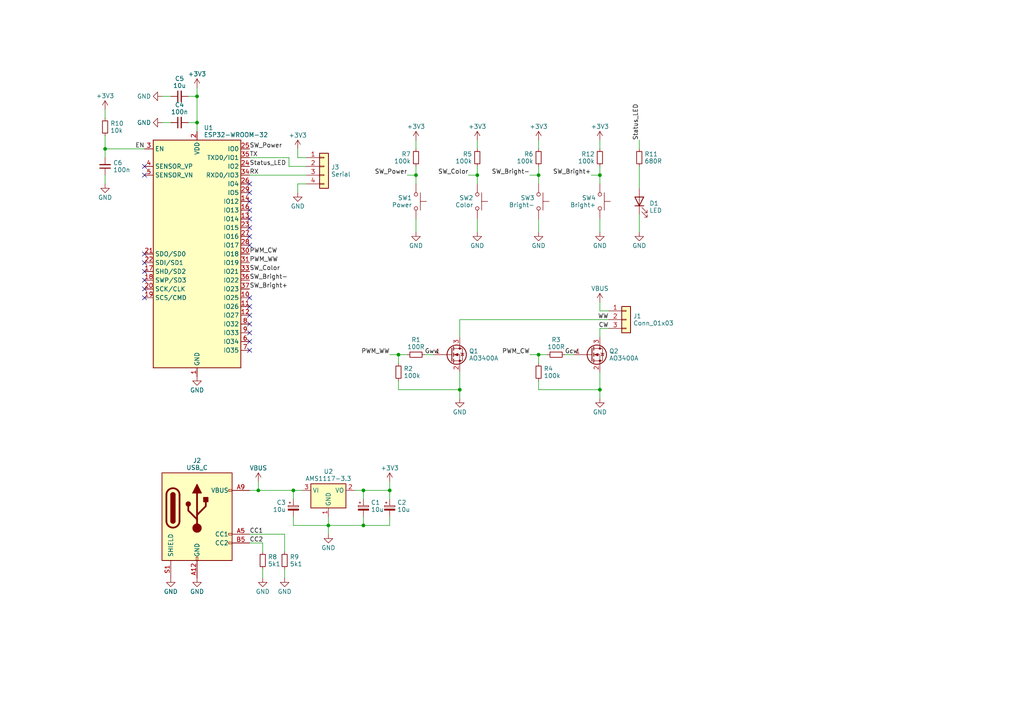
<source format=kicad_sch>
(kicad_sch (version 20230121) (generator eeschema)
  (paper "A4")
  (title_block (title "2-Color LED Bar Controller") (date "${DATE}") (rev "${VERSION}"))
  (lib_symbols
    (symbol "Connector:USB_C_Receptacle_PowerOnly_6P" (pin_names (offset 1.016))
      (property "Reference" "J" (at 0 16.51 0))
      (property "Value" "USB_C_Receptacle_PowerOnly_6P" (at 0 13.97 0))
      (symbol "USB_C_Receptacle_PowerOnly_6P_0_0"
        (rectangle (start -0.254 -12.7) (end 0.254 -11.684))
        (rectangle (start 10.16 -7.366) (end 9.144 -7.874))
        (rectangle (start 10.16 -4.826) (end 9.144 -5.334))
        (rectangle (start 10.16 7.874) (end 9.144 7.366))
      )
      (symbol "USB_C_Receptacle_PowerOnly_6P_0_1"
        (rectangle (start -10.16 12.7) (end 10.16 -12.7) (stroke (width 0.254)) (fill (type background)))
        (arc (start -8.89 -1.27) (mid -6.985 -3.1667) (end -5.08 -1.27) (stroke (width 0.508)))
        (arc (start -7.62 -1.27) (mid -6.985 -1.9023) (end -6.35 -1.27) (stroke (width 0.254)))
        (arc (start -7.62 -1.27) (mid -6.985 -1.9023) (end -6.35 -1.27) (stroke (width 0.254)) (fill (type outline)))
        (rectangle (start -7.62 -1.27) (end -6.35 6.35) (stroke (width 0.254)) (fill (type outline)))
        (arc (start -6.35 6.35) (mid -6.985 6.9823) (end -7.62 6.35) (stroke (width 0.254)))
        (arc (start -6.35 6.35) (mid -6.985 6.9823) (end -7.62 6.35) (stroke (width 0.254)) (fill (type outline)))
        (arc (start -5.08 6.35) (mid -6.985 8.2467) (end -8.89 6.35) (stroke (width 0.508)))
        (circle (center -2.54 3.683) (radius 0.635) (stroke (width 0.254)) (fill (type outline)))
        (circle (center 0 -3.302) (radius 1.27) (fill (type outline)))
        (polyline (pts (xy -8.89 -1.27) (xy -8.89 6.35)) (stroke (width 0.508)))
        (polyline (pts (xy -5.08 6.35) (xy -5.08 -1.27)) (stroke (width 0.508)))
        (polyline (pts (xy 0 -3.302) (xy 0 6.858)) (stroke (width 0.508)))
        (polyline (pts (xy 0 -0.762) (xy -2.54 1.778) (xy -2.54 3.048)) (stroke (width 0.508)))
        (polyline (pts (xy 0 0.508) (xy 2.54 3.048) (xy 2.54 4.318)) (stroke (width 0.508)))
        (polyline (pts (xy -1.27 6.858) (xy 0 9.398) (xy 1.27 6.858) (xy -1.27 6.858)) (stroke (width 0.254)) (fill (type outline)))
        (rectangle (start 1.905 4.318) (end 3.175 5.588) (stroke (width 0.254)) (fill (type outline)))
      )
      (symbol "USB_C_Receptacle_PowerOnly_6P_1_1"
        (pin passive line (at 0 -17.78 90) (length 5.08) (name "GND") (number "A12"))
        (pin bidirectional line (at 15.24 -5.08 180) (length 5.08) (name "CC1") (number "A5"))
        (pin passive line (at 15.24 7.62 180) (length 5.08) (name "VBUS") (number "A9"))
        (pin passive line (at 0 -17.78 90) (length 5.08) hide (name "GND") (number "B12"))
        (pin bidirectional line (at 15.24 -7.62 180) (length 5.08) (name "CC2") (number "B5"))
        (pin passive line (at 15.24 7.62 180) (length 5.08) hide (name "VBUS") (number "B9"))
        (pin passive line (at -7.62 -17.78 90) (length 5.08) (name "SHIELD") (number "S1"))
      )
    )
    (symbol "Connector_Generic:Conn_01x03" (pin_names (offset 1.016) hide)
      (property "Reference" "J" (at 0 5.08 0))
      (property "Value" "Conn_01x03" (at 0 -5.08 0))
      (symbol "Conn_01x03_1_1"
        (rectangle (start -1.27 -2.413) (end 0 -2.667) (stroke (width 0.1524)))
        (rectangle (start -1.27 0.127) (end 0 -0.127) (stroke (width 0.1524)))
        (rectangle (start -1.27 2.667) (end 0 2.413) (stroke (width 0.1524)))
        (rectangle (start -1.27 3.81) (end 1.27 -3.81) (stroke (width 0.254)) (fill (type background)))
        (pin passive line (at -5.08 2.54 0) (length 3.81) (name "Pin_1") (number "1"))
        (pin passive line (at -5.08 0 0) (length 3.81) (name "Pin_2") (number "2"))
        (pin passive line (at -5.08 -2.54 0) (length 3.81) (name "Pin_3") (number "3"))
      )
    )
    (symbol "Connector_Generic:Conn_01x04" (pin_names (offset 1.016) hide)
      (property "Reference" "J" (at 0 5.08 0))
      (property "Value" "Conn_01x04" (at 0 -7.62 0))
      (symbol "Conn_01x04_1_1"
        (rectangle (start -1.27 -4.953) (end 0 -5.207) (stroke (width 0.1524)))
        (rectangle (start -1.27 -2.413) (end 0 -2.667) (stroke (width 0.1524)))
        (rectangle (start -1.27 0.127) (end 0 -0.127) (stroke (width 0.1524)))
        (rectangle (start -1.27 2.667) (end 0 2.413) (stroke (width 0.1524)))
        (rectangle (start -1.27 3.81) (end 1.27 -6.35) (stroke (width 0.254)) (fill (type background)))
        (pin passive line (at -5.08 2.54 0) (length 3.81) (name "Pin_1") (number "1"))
        (pin passive line (at -5.08 0 0) (length 3.81) (name "Pin_2") (number "2"))
        (pin passive line (at -5.08 -2.54 0) (length 3.81) (name "Pin_3") (number "3"))
        (pin passive line (at -5.08 -5.08 0) (length 3.81) (name "Pin_4") (number "4"))
      )
    )
    (symbol "Device:C_Polarized_Small" (pin_numbers hide) (pin_names (offset 0.254) hide)
      (property "Reference" "C" (at 0.254 1.778 0))
      (property "Value" "C_Polarized_Small" (at 0.254 -2.032 0))
      (symbol "C_Polarized_Small_0_1"
        (rectangle (start -1.524 -0.3048) (end 1.524 -0.6858) (fill (type outline)))
        (rectangle (start -1.524 0.6858) (end 1.524 0.3048))
        (polyline (pts (xy -1.27 1.524) (xy -0.762 1.524)))
        (polyline (pts (xy -1.016 1.27) (xy -1.016 1.778)))
      )
      (symbol "C_Polarized_Small_1_1"
        (pin passive line (at 0 2.54 270) (length 1.8542) (name "~") (number "1"))
        (pin passive line (at 0 -2.54 90) (length 1.8542) (name "~") (number "2"))
      )
    )
    (symbol "Device:C_Small" (pin_numbers hide) (pin_names (offset 0.254) hide)
      (property "Reference" "C" (at 0.254 1.778 0))
      (property "Value" "C_Small" (at 0.254 -2.032 0))
      (symbol "C_Small_0_1"
        (polyline (pts (xy -1.524 -0.508) (xy 1.524 -0.508)) (stroke (width 0.3302)))
        (polyline (pts (xy -1.524 0.508) (xy 1.524 0.508)) (stroke (width 0.3048)))
      )
      (symbol "C_Small_1_1"
        (pin passive line (at 0 2.54 270) (length 2.032) (name "~") (number "1"))
        (pin passive line (at 0 -2.54 90) (length 2.032) (name "~") (number "2"))
      )
    )
    (symbol "Device:LED" (pin_numbers hide) (pin_names (offset 1.016) hide)
      (property "Reference" "D" (at 0 2.54 0))
      (property "Value" "LED" (at 0 -2.54 0))
      (symbol "LED_0_1"
        (polyline (pts (xy -1.27 -1.27) (xy -1.27 1.27)) (stroke (width 0.254)))
        (polyline (pts (xy -1.27 0) (xy 1.27 0)))
        (polyline (pts (xy 1.27 -1.27) (xy 1.27 1.27) (xy -1.27 0) (xy 1.27 -1.27)) (stroke (width 0.254)))
        (polyline (pts (xy -3.048 -0.762) (xy -4.572 -2.286) (xy -3.81 -2.286) (xy -4.572 -2.286) (xy -4.572 -1.524)))
        (polyline (pts (xy -1.778 -0.762) (xy -3.302 -2.286) (xy -2.54 -2.286) (xy -3.302 -2.286) (xy -3.302 -1.524)))
      )
      (symbol "LED_1_1"
        (pin passive line (at -3.81 0 0) (length 2.54) (name "K") (number "1"))
        (pin passive line (at 3.81 0 180) (length 2.54) (name "A") (number "2"))
      )
    )
    (symbol "Device:R_Small" (pin_numbers hide) (pin_names (offset 0.254) hide)
      (property "Reference" "R" (at 0.762 0.508 0))
      (property "Value" "R_Small" (at 0.762 -1.016 0))
      (symbol "R_Small_0_1"
        (rectangle (start -0.762 1.778) (end 0.762 -1.778) (stroke (width 0.2032)))
      )
      (symbol "R_Small_1_1"
        (pin passive line (at 0 2.54 270) (length 0.762) (name "~") (number "1"))
        (pin passive line (at 0 -2.54 90) (length 0.762) (name "~") (number "2"))
      )
    )
    (symbol "RF_Module:ESP32-WROOM-32"
      (property "Reference" "U" (at -12.7 34.29 0))
      (property "Value" "ESP32-WROOM-32" (at 1.27 34.29 0))
      (symbol "ESP32-WROOM-32_0_1"
        (rectangle (start -12.7 33.02) (end 12.7 -33.02) (stroke (width 0.254)) (fill (type background)))
      )
      (symbol "ESP32-WROOM-32_1_1"
        (pin power_in line (at 0 -35.56 90) (length 2.54) (name "GND") (number "1"))
        (pin bidirectional line (at 15.24 -12.7 180) (length 2.54) (name "IO25") (number "10"))
        (pin bidirectional line (at 15.24 -15.24 180) (length 2.54) (name "IO26") (number "11"))
        (pin bidirectional line (at 15.24 -17.78 180) (length 2.54) (name "IO27") (number "12"))
        (pin bidirectional line (at 15.24 10.16 180) (length 2.54) (name "IO14") (number "13"))
        (pin bidirectional line (at 15.24 15.24 180) (length 2.54) (name "IO12") (number "14"))
        (pin passive line (at 0 -35.56 90) (length 2.54) hide (name "GND") (number "15"))
        (pin bidirectional line (at 15.24 12.7 180) (length 2.54) (name "IO13") (number "16"))
        (pin bidirectional line (at -15.24 -5.08 0) (length 2.54) (name "SHD/SD2") (number "17"))
        (pin bidirectional line (at -15.24 -7.62 0) (length 2.54) (name "SWP/SD3") (number "18"))
        (pin bidirectional line (at -15.24 -12.7 0) (length 2.54) (name "SCS/CMD") (number "19"))
        (pin power_in line (at 0 35.56 270) (length 2.54) (name "VDD") (number "2"))
        (pin bidirectional line (at -15.24 -10.16 0) (length 2.54) (name "SCK/CLK") (number "20"))
        (pin bidirectional line (at -15.24 0 0) (length 2.54) (name "SDO/SD0") (number "21"))
        (pin bidirectional line (at -15.24 -2.54 0) (length 2.54) (name "SDI/SD1") (number "22"))
        (pin bidirectional line (at 15.24 7.62 180) (length 2.54) (name "IO15") (number "23"))
        (pin bidirectional line (at 15.24 25.4 180) (length 2.54) (name "IO2") (number "24"))
        (pin bidirectional line (at 15.24 30.48 180) (length 2.54) (name "IO0") (number "25"))
        (pin bidirectional line (at 15.24 20.32 180) (length 2.54) (name "IO4") (number "26"))
        (pin bidirectional line (at 15.24 5.08 180) (length 2.54) (name "IO16") (number "27"))
        (pin bidirectional line (at 15.24 2.54 180) (length 2.54) (name "IO17") (number "28"))
        (pin bidirectional line (at 15.24 17.78 180) (length 2.54) (name "IO5") (number "29"))
        (pin input line (at -15.24 30.48 0) (length 2.54) (name "EN") (number "3"))
        (pin bidirectional line (at 15.24 0 180) (length 2.54) (name "IO18") (number "30"))
        (pin bidirectional line (at 15.24 -2.54 180) (length 2.54) (name "IO19") (number "31"))
        (pin no_connect line (at -12.7 -27.94 0) (length 2.54) hide (name "NC") (number "32"))
        (pin bidirectional line (at 15.24 -5.08 180) (length 2.54) (name "IO21") (number "33"))
        (pin bidirectional line (at 15.24 22.86 180) (length 2.54) (name "RXD0/IO3") (number "34"))
        (pin bidirectional line (at 15.24 27.94 180) (length 2.54) (name "TXD0/IO1") (number "35"))
        (pin bidirectional line (at 15.24 -7.62 180) (length 2.54) (name "IO22") (number "36"))
        (pin bidirectional line (at 15.24 -10.16 180) (length 2.54) (name "IO23") (number "37"))
        (pin passive line (at 0 -35.56 90) (length 2.54) hide (name "GND") (number "38"))
        (pin passive line (at 0 -35.56 90) (length 2.54) hide (name "GND") (number "39"))
        (pin input line (at -15.24 25.4 0) (length 2.54) (name "SENSOR_VP") (number "4"))
        (pin input line (at -15.24 22.86 0) (length 2.54) (name "SENSOR_VN") (number "5"))
        (pin input line (at 15.24 -25.4 180) (length 2.54) (name "IO34") (number "6"))
        (pin input line (at 15.24 -27.94 180) (length 2.54) (name "IO35") (number "7"))
        (pin bidirectional line (at 15.24 -20.32 180) (length 2.54) (name "IO32") (number "8"))
        (pin bidirectional line (at 15.24 -22.86 180) (length 2.54) (name "IO33") (number "9"))
      )
    )
    (symbol "Regulator_Linear:AMS1117-3.3"
      (property "Reference" "U" (at -3.81 3.175 0))
      (property "Value" "AMS1117-3.3" (at 0 3.175 0))
      (symbol "AMS1117-3.3_0_1"
        (rectangle (start -5.08 -5.08) (end 5.08 1.905) (stroke (width 0.254)) (fill (type background)))
      )
      (symbol "AMS1117-3.3_1_1"
        (pin power_in line (at 0 -7.62 90) (length 2.54) (name "GND") (number "1"))
        (pin power_out line (at 7.62 0 180) (length 2.54) (name "VO") (number "2"))
        (pin power_in line (at -7.62 0 0) (length 2.54) (name "VI") (number "3"))
      )
    )
    (symbol "Switch:SW_Push" (pin_numbers hide) (pin_names (offset 1.016) hide)
      (property "Reference" "SW" (at 1.27 2.54 0))
      (property "Value" "SW_Push" (at 0 -1.524 0))
      (symbol "SW_Push_0_1"
        (circle (center -2.032 0) (radius 0.508))
        (polyline (pts (xy 0 1.27) (xy 0 3.048)))
        (polyline (pts (xy 2.54 1.27) (xy -2.54 1.27)))
        (circle (center 2.032 0) (radius 0.508))
        (pin passive line (at -5.08 0 0) (length 2.54) (name "1") (number "1"))
        (pin passive line (at 5.08 0 180) (length 2.54) (name "2") (number "2"))
      )
    )
    (symbol "Transistor_FET:AO3400A" (pin_names hide)
      (property "Reference" "Q" (at 5.08 1.905 0))
      (property "Value" "AO3400A" (at 5.08 0 0))
      (symbol "AO3400A_0_1"
        (polyline (pts (xy 0.254 0) (xy -2.54 0)))
        (polyline (pts (xy 0.254 1.905) (xy 0.254 -1.905)) (stroke (width 0.254)))
        (polyline (pts (xy 0.762 -1.27) (xy 0.762 -2.286)) (stroke (width 0.254)))
        (polyline (pts (xy 0.762 0.508) (xy 0.762 -0.508)) (stroke (width 0.254)))
        (polyline (pts (xy 0.762 2.286) (xy 0.762 1.27)) (stroke (width 0.254)))
        (polyline (pts (xy 2.54 2.54) (xy 2.54 1.778)))
        (polyline (pts (xy 2.54 -2.54) (xy 2.54 0) (xy 0.762 0)))
        (polyline (pts (xy 0.762 -1.778) (xy 3.302 -1.778) (xy 3.302 1.778) (xy 0.762 1.778)))
        (polyline (pts (xy 1.016 0) (xy 2.032 0.381) (xy 2.032 -0.381) (xy 1.016 0)) (fill (type outline)))
        (polyline (pts (xy 2.794 0.508) (xy 2.921 0.381) (xy 3.683 0.381) (xy 3.81 0.254)))
        (polyline (pts (xy 3.302 0.381) (xy 2.921 -0.254) (xy 3.683 -0.254) (xy 3.302 0.381)))
        (circle (center 1.651 0) (radius 2.794) (stroke (width 0.254)))
        (circle (center 2.54 -1.778) (radius 0.254) (fill (type outline)))
        (circle (center 2.54 1.778) (radius 0.254) (fill (type outline)))
      )
      (symbol "AO3400A_1_1"
        (pin input line (at -5.08 0 0) (length 2.54) (name "G") (number "1"))
        (pin passive line (at 2.54 -5.08 90) (length 2.54) (name "S") (number "2"))
        (pin passive line (at 2.54 5.08 270) (length 2.54) (name "D") (number "3"))
      )
    )
    (symbol "power:+3V3" (power) (pin_names (offset 0))
      (property "Value" "+3V3" (at 0 3.556 0))
      (symbol "+3V3_0_1"
        (polyline (pts (xy -0.762 1.27) (xy 0 2.54)))
        (polyline (pts (xy 0 0) (xy 0 2.54)))
        (polyline (pts (xy 0 2.54) (xy 0.762 1.27)))
      )
      (symbol "+3V3_1_1"
        (pin power_in line (at 0 0 90) (length 0) hide (name "+3V3") (number "1"))
      )
    )
    (symbol "power:GND" (power) (pin_names (offset 0))
      (property "Value" "GND" (at 0 -3.81 0))
      (symbol "GND_0_1"
        (polyline (pts (xy 0 0) (xy 0 -1.27) (xy 1.27 -1.27) (xy 0 -2.54) (xy -1.27 -1.27) (xy 0 -1.27)))
      )
      (symbol "GND_1_1"
        (pin power_in line (at 0 0 270) (length 0) hide (name "GND") (number "1"))
      )
    )
    (symbol "power:PWR_FLAG" (power) (pin_numbers hide) (pin_names (offset 0) hide)
      (property "Value" "PWR_FLAG" (at 0 3.81 0))
      (symbol "PWR_FLAG_0_0"
        (pin power_out line (at 0 0 90) (length 0) (name "pwr") (number "1"))
      )
      (symbol "PWR_FLAG_0_1"
        (polyline (pts (xy 0 0) (xy 0 1.27) (xy -1.016 1.905) (xy 0 2.54) (xy 1.016 1.905) (xy 0 1.27)))
      )
    )
    (symbol "power:VBUS" (power) (pin_names (offset 0))
      (property "Value" "VBUS" (at 0 3.81 0))
      (symbol "VBUS_0_1"
        (polyline (pts (xy -0.762 1.27) (xy 0 2.54)))
        (polyline (pts (xy 0 0) (xy 0 2.54)))
        (polyline (pts (xy 0 2.54) (xy 0.762 1.27)))
      )
      (symbol "VBUS_1_1"
        (pin power_in line (at 0 0 90) (length 0) hide (name "VBUS") (number "1"))
      )
    )
  )
  (junction (at 173.99 113.03))
  (junction (at 30.48 43.18))
  (junction (at 105.41 142.24))
  (junction (at 85.09 142.24))
  (junction (at 120.65 50.8))
  (junction (at 113.03 142.24))
  (junction (at 156.21 102.87))
  (junction (at 57.15 35.56))
  (junction (at 95.25 152.4))
  (junction (at 115.57 102.87))
  (junction (at 173.99 50.8))
  (junction (at 57.15 27.94))
  (junction (at 74.93 142.24))
  (junction (at 105.41 152.4))
  (junction (at 133.35 113.03))
  (junction (at 156.21 50.8))
  (junction (at 138.43 50.8))
  (no_connect (at 72.39 96.52))
  (no_connect (at 72.39 99.06))
  (no_connect (at 72.39 93.98))
  (no_connect (at 72.39 63.5))
  (no_connect (at 72.39 101.6))
  (no_connect (at 72.39 66.04))
  (no_connect (at 72.39 71.12))
  (no_connect (at 41.91 83.82))
  (no_connect (at 41.91 78.74))
  (no_connect (at 72.39 68.58))
  (no_connect (at 72.39 55.88))
  (no_connect (at 72.39 86.36))
  (no_connect (at 41.91 50.8))
  (no_connect (at 72.39 53.34))
  (no_connect (at 72.39 60.96))
  (no_connect (at 41.91 86.36))
  (no_connect (at 72.39 91.44))
  (no_connect (at 41.91 48.26))
  (no_connect (at 72.39 58.42))
  (no_connect (at 41.91 76.2))
  (no_connect (at 41.91 73.66))
  (no_connect (at 72.39 88.9))
  (no_connect (at 41.91 81.28))
  (wire (pts (xy 156.21 50.8) (xy 156.21 53.34)))
  (wire (pts (xy 120.65 63.5) (xy 120.65 67.31)))
  (wire (pts (xy 115.57 110.49) (xy 115.57 113.03)))
  (wire (pts (xy 105.41 152.4) (xy 95.25 152.4)))
  (wire (pts (xy 83.82 48.26) (xy 83.82 45.72)))
  (wire (pts (xy 115.57 102.87) (xy 118.11 102.87)))
  (wire (pts (xy 86.36 53.34) (xy 88.9 53.34)))
  (wire (pts (xy 173.99 87.63) (xy 173.99 90.17)))
  (wire (pts (xy 153.67 50.8) (xy 156.21 50.8)))
  (wire (pts (xy 115.57 113.03) (xy 133.35 113.03)))
  (wire (pts (xy 115.57 105.41) (xy 115.57 102.87)))
  (wire (pts (xy 173.99 50.8) (xy 173.99 53.34)))
  (wire (pts (xy 138.43 40.64) (xy 138.43 43.18)))
  (wire (pts (xy 72.39 154.94) (xy 82.55 154.94)))
  (wire (pts (xy 82.55 165.1) (xy 82.55 167.64)))
  (wire (pts (xy 171.45 50.8) (xy 173.99 50.8)))
  (wire (pts (xy 74.93 139.7) (xy 74.93 142.24)))
  (wire (pts (xy 113.03 149.86) (xy 113.03 152.4)))
  (wire (pts (xy 30.48 39.37) (xy 30.48 43.18)))
  (wire (pts (xy 30.48 43.18) (xy 30.48 45.72)))
  (wire (pts (xy 113.03 139.7) (xy 113.03 142.24)))
  (wire (pts (xy 72.39 50.8) (xy 88.9 50.8)))
  (wire (pts (xy 85.09 142.24) (xy 87.63 142.24)))
  (wire (pts (xy 54.61 27.94) (xy 57.15 27.94)))
  (wire (pts (xy 95.25 152.4) (xy 95.25 154.94)))
  (wire (pts (xy 76.2 157.48) (xy 76.2 160.02)))
  (wire (pts (xy 173.99 63.5) (xy 173.99 67.31)))
  (wire (pts (xy 30.48 31.75) (xy 30.48 34.29)))
  (wire (pts (xy 105.41 149.86) (xy 105.41 152.4)))
  (wire (pts (xy 85.09 152.4) (xy 95.25 152.4)))
  (wire (pts (xy 120.65 40.64) (xy 120.65 43.18)))
  (wire (pts (xy 85.09 142.24) (xy 85.09 144.78)))
  (wire (pts (xy 72.39 157.48) (xy 76.2 157.48)))
  (wire (pts (xy 176.53 95.25) (xy 173.99 95.25)))
  (wire (pts (xy 156.21 102.87) (xy 158.75 102.87)))
  (wire (pts (xy 173.99 95.25) (xy 173.99 97.79)))
  (wire (pts (xy 135.89 50.8) (xy 138.43 50.8)))
  (wire (pts (xy 133.35 92.71) (xy 133.35 97.79)))
  (wire (pts (xy 138.43 48.26) (xy 138.43 50.8)))
  (wire (pts (xy 76.2 165.1) (xy 76.2 167.64)))
  (wire (pts (xy 156.21 110.49) (xy 156.21 113.03)))
  (wire (pts (xy 95.25 149.86) (xy 95.25 152.4)))
  (wire (pts (xy 156.21 113.03) (xy 173.99 113.03)))
  (wire (pts (xy 74.93 142.24) (xy 85.09 142.24)))
  (wire (pts (xy 156.21 40.64) (xy 156.21 43.18)))
  (wire (pts (xy 113.03 144.78) (xy 113.03 142.24)))
  (wire (pts (xy 156.21 48.26) (xy 156.21 50.8)))
  (wire (pts (xy 156.21 63.5) (xy 156.21 67.31)))
  (wire (pts (xy 185.42 40.64) (xy 185.42 43.18)))
  (wire (pts (xy 86.36 43.18) (xy 86.36 45.72)))
  (wire (pts (xy 113.03 152.4) (xy 105.41 152.4)))
  (wire (pts (xy 57.15 35.56) (xy 57.15 38.1)))
  (wire (pts (xy 138.43 50.8) (xy 138.43 53.34)))
  (wire (pts (xy 156.21 105.41) (xy 156.21 102.87)))
  (wire (pts (xy 123.19 102.87) (xy 125.73 102.87)))
  (wire (pts (xy 133.35 113.03) (xy 133.35 115.57)))
  (wire (pts (xy 41.91 43.18) (xy 30.48 43.18)))
  (wire (pts (xy 46.99 35.56) (xy 49.53 35.56)))
  (wire (pts (xy 173.99 48.26) (xy 173.99 50.8)))
  (wire (pts (xy 176.53 92.71) (xy 133.35 92.71)))
  (wire (pts (xy 185.42 62.23) (xy 185.42 67.31)))
  (wire (pts (xy 46.99 27.94) (xy 49.53 27.94)))
  (wire (pts (xy 30.48 50.8) (xy 30.48 53.34)))
  (wire (pts (xy 163.83 102.87) (xy 166.37 102.87)))
  (wire (pts (xy 57.15 27.94) (xy 57.15 35.56)))
  (wire (pts (xy 54.61 35.56) (xy 57.15 35.56)))
  (wire (pts (xy 120.65 50.8) (xy 120.65 53.34)))
  (wire (pts (xy 72.39 45.72) (xy 83.82 45.72)))
  (wire (pts (xy 72.39 142.24) (xy 74.93 142.24)))
  (wire (pts (xy 185.42 48.26) (xy 185.42 54.61)))
  (wire (pts (xy 133.35 107.95) (xy 133.35 113.03)))
  (wire (pts (xy 86.36 45.72) (xy 88.9 45.72)))
  (wire (pts (xy 57.15 25.4) (xy 57.15 27.94)))
  (wire (pts (xy 113.03 142.24) (xy 105.41 142.24)))
  (wire (pts (xy 153.67 102.87) (xy 156.21 102.87)))
  (wire (pts (xy 82.55 154.94) (xy 82.55 160.02)))
  (wire (pts (xy 85.09 149.86) (xy 85.09 152.4)))
  (wire (pts (xy 118.11 50.8) (xy 120.65 50.8)))
  (wire (pts (xy 120.65 48.26) (xy 120.65 50.8)))
  (wire (pts (xy 113.03 102.87) (xy 115.57 102.87)))
  (wire (pts (xy 173.99 90.17) (xy 176.53 90.17)))
  (wire (pts (xy 173.99 113.03) (xy 173.99 115.57)))
  (wire (pts (xy 105.41 142.24) (xy 105.41 144.78)))
  (wire (pts (xy 173.99 107.95) (xy 173.99 113.03)))
  (wire (pts (xy 138.43 63.5) (xy 138.43 67.31)))
  (wire (pts (xy 105.41 142.24) (xy 102.87 142.24)))
  (wire (pts (xy 173.99 40.64) (xy 173.99 43.18)))
  (wire (pts (xy 86.36 55.88) (xy 86.36 53.34)))
  (wire (pts (xy 88.9 48.26) (xy 83.82 48.26)))
  (label "SW_Bright-" (at 72.39 81.28 0))
  (label "PWM_WW" (at 72.39 76.2 0))
  (label "RX" (at 72.39 50.8 0))
  (label "CC2" (at 72.39 157.48 0))
  (label "SW_Color" (at 135.89 50.8 180))
  (label "SW_Power" (at 72.39 43.18 0))
  (label "Status_LED" (at 185.42 40.64 90))
  (label "Gww" (at 123.19 102.87 0))
  (label "SW_Bright+" (at 171.45 50.8 180))
  (label "SW_Bright-" (at 153.67 50.8 180))
  (label "Status_LED" (at 72.39 48.26 0))
  (label "WW" (at 176.53 92.71 180))
  (label "EN" (at 41.91 43.18 180))
  (label "CC1" (at 72.39 154.94 0))
  (label "SW_Bright+" (at 72.39 83.82 0))
  (label "PWM_CW" (at 153.67 102.87 180))
  (label "SW_Power" (at 118.11 50.8 180))
  (label "CW" (at 176.53 95.25 180))
  (label "PWM_WW" (at 113.03 102.87 180))
  (label "TX" (at 72.39 45.72 0))
  (label "SW_Color" (at 72.39 78.74 0))
  (label "Gcw" (at 163.83 102.87 0))
  (label "PWM_CW" (at 72.39 73.66 0))
  (symbol (lib_id "Switch:SW_Push") (at 173.99 58.42 270) (mirror x) (unit 1)
    (property "Reference" "SW4" (at 172.847 57.396 90) (effects (justify right)))
    (property "Value" "Bright+" (at 172.847 59.444 90) (effects (justify right)))
    (property "Footprint" "Button_Switch_SMD:SW_Push_1P1T_NO_6x6mm_H9.5mm" (effects hide))
  )
  (symbol (lib_id "Transistor_FET:AO3400A") (at 130.81 102.87 0) (unit 1)
    (property "Reference" "Q1" (at 136.017 101.846 0) (effects (justify left)))
    (property "Value" "AO3400A" (at 136.017 103.894 0) (effects (justify left)))
    (property "Footprint" "Package_TO_SOT_SMD:SOT-23" (effects hide))
    (property "Datasheet" "http://www.aosmd.com/pdfs/datasheet/AO3400A.pdf" (effects hide))
    (property "LCSC" "C20917" (effects hide))
  )
  (symbol (lib_id "power:GND") (at 57.15 167.64 0) (unit 1)
    (property "Reference" "#PWR015" (effects hide))
    (property "Value" "GND" (at 57.15 171.585 0))
  )
  (symbol (lib_id "Device:R_Small") (at 156.21 45.72 0) (unit 1)
    (property "Reference" "R6" (at 154.7114 44.696 0) (effects (justify right)))
    (property "Value" "100k" (at 154.7114 46.744 0) (effects (justify right)))
    (property "Footprint" "Resistor_SMD:R_0402_1005Metric" (effects hide))
    (property "LCSC" "C25741" (effects hide))
  )
  (symbol (lib_id "Device:R_Small") (at 82.55 162.56 0) (unit 1)
    (property "Reference" "R9" (at 84.0486 161.536 0) (effects (justify left)))
    (property "Value" "5k1" (at 84.0486 163.584 0) (effects (justify left)))
    (property "Footprint" "Resistor_SMD:R_0402_1005Metric" (effects hide))
    (property "LCSC" "C25905" (effects hide))
  )
  (symbol (lib_id "Device:C_Polarized_Small") (at 85.09 147.32 0) (unit 1)
    (property "Reference" "C3" (at 82.931 145.7499 0) (effects (justify right)))
    (property "Value" "10u" (at 82.931 147.7979 0) (effects (justify right)))
    (property "Footprint" "Capacitor_Tantalum_SMD:CP_EIA-3216-18_Kemet-A" (effects hide))
    (property "LCSC" "C7171" (effects hide))
  )
  (symbol (lib_id "Device:R_Small") (at 120.65 45.72 0) (unit 1)
    (property "Reference" "R7" (at 119.1514 44.696 0) (effects (justify right)))
    (property "Value" "100k" (at 119.1514 46.744 0) (effects (justify right)))
    (property "Footprint" "Resistor_SMD:R_0402_1005Metric" (effects hide))
    (property "LCSC" "C25741" (effects hide))
  )
  (symbol (lib_id "Device:C_Small") (at 52.07 35.56 90) (unit 1)
    (property "Reference" "C4" (at 52.0763 30.4179 90))
    (property "Value" "100n" (at 52.0763 32.4659 90))
    (property "Footprint" "Capacitor_SMD:C_0402_1005Metric" (effects hide))
    (property "LCSC" "C1525" (effects hide))
  )
  (symbol (lib_id "power:GND") (at 133.35 115.57 0) (unit 1)
    (property "Reference" "#PWR01" (effects hide))
    (property "Value" "GND" (at 133.35 119.515 0))
  )
  (symbol (lib_id "power:+3V3") (at 173.99 40.64 0) (unit 1)
    (property "Reference" "#PWR026" (effects hide))
    (property "Value" "+3V3" (at 173.99 36.695 0))
  )
  (symbol (lib_id "Device:R_Small") (at 138.43 45.72 0) (unit 1)
    (property "Reference" "R5" (at 136.9314 44.696 0) (effects (justify right)))
    (property "Value" "100k" (at 136.9314 46.744 0) (effects (justify right)))
    (property "Footprint" "Resistor_SMD:R_0402_1005Metric" (effects hide))
    (property "LCSC" "C25741" (effects hide))
  )
  (symbol (lib_id "Transistor_FET:AO3400A") (at 171.45 102.87 0) (unit 1)
    (property "Reference" "Q2" (at 176.657 101.846 0) (effects (justify left)))
    (property "Value" "AO3400A" (at 176.657 103.894 0) (effects (justify left)))
    (property "Footprint" "Package_TO_SOT_SMD:SOT-23" (effects hide))
    (property "Datasheet" "http://www.aosmd.com/pdfs/datasheet/AO3400A.pdf" (effects hide))
    (property "LCSC" "C20917" (effects hide))
  )
  (symbol (lib_id "Device:R_Small") (at 30.48 36.83 0) (unit 1)
    (property "Reference" "R10" (at 31.9786 35.806 0) (effects (justify left)))
    (property "Value" "10k" (at 31.9786 37.854 0) (effects (justify left)))
    (property "Footprint" "Resistor_SMD:R_0402_1005Metric" (effects hide))
    (property "LCSC" "C25744" (effects hide))
  )
  (symbol (lib_id "Device:C_Small") (at 52.07 27.94 90) (unit 1)
    (property "Reference" "C5" (at 52.0763 22.7979 90))
    (property "Value" "10u" (at 52.0763 24.8459 90))
    (property "Footprint" "Capacitor_SMD:C_0402_1005Metric" (effects hide))
    (property "LCSC" "C15525" (effects hide))
  )
  (symbol (lib_id "power:GND") (at -21.59 182.88 0) (unit 1)
    (property "Reference" "#PWR029" (effects hide))
    (property "Value" "GND" (at -21.59 186.825 0))
  )
  (symbol (lib_id "power:GND") (at 156.21 67.31 0) (unit 1)
    (property "Reference" "#PWR09" (effects hide))
    (property "Value" "GND" (at 156.21 71.255 0))
  )
  (symbol (lib_id "power:VBUS") (at -11.43 182.88 0) (unit 1)
    (property "Reference" "#PWR028" (effects hide))
    (property "Value" "VBUS" (at -11.43 178.935 0))
  )
  (symbol (lib_id "Switch:SW_Push") (at 120.65 58.42 270) (mirror x) (unit 1)
    (property "Reference" "SW1" (at 119.507 57.396 90) (effects (justify right)))
    (property "Value" "Power" (at 119.507 59.444 90) (effects (justify right)))
    (property "Footprint" "Button_Switch_SMD:SW_Push_1P1T_NO_6x6mm_H9.5mm" (effects hide))
  )
  (symbol (lib_id "power:GND") (at 76.2 167.64 0) (unit 1)
    (property "Reference" "#PWR014" (effects hide))
    (property "Value" "GND" (at 76.2 171.585 0))
  )
  (symbol (lib_id "Device:LED") (at 185.42 58.42 90) (unit 1)
    (property "Reference" "D1" (at 188.341 58.9835 90) (effects (justify right)))
    (property "Value" "LED" (at 188.341 61.0315 90) (effects (justify right)))
    (property "Footprint" "LED_SMD:LED_0603_1608Metric" (effects hide))
    (property "LCSC" "C2286" (effects hide))
  )
  (symbol (lib_id "Device:R_Small") (at 173.99 45.72 0) (unit 1)
    (property "Reference" "R12" (at 172.4914 44.696 0) (effects (justify right)))
    (property "Value" "100k" (at 172.4914 46.744 0) (effects (justify right)))
    (property "Footprint" "Resistor_SMD:R_0402_1005Metric" (effects hide))
    (property "LCSC" "C25741" (effects hide))
  )
  (symbol (lib_id "power:VBUS") (at 74.93 139.7 0) (unit 1)
    (property "Reference" "#PWR012" (effects hide))
    (property "Value" "VBUS" (at 74.93 135.755 0))
  )
  (symbol (lib_id "Connector_Generic:Conn_01x04") (at 93.98 48.26 0) (unit 1)
    (property "Reference" "J3" (at 96.012 48.506 0) (effects (justify left)))
    (property "Value" "Serial" (at 96.012 50.554 0) (effects (justify left)))
    (property "Footprint" "Connector_PinSocket_2.54mm:PinSocket_1x04_P2.54mm_Vertical" (effects hide))
  )
  (symbol (lib_id "Device:R_Small") (at 161.29 102.87 90) (unit 1)
    (property "Reference" "R3" (at 161.29 98.5534 90))
    (property "Value" "100R" (at 161.29 100.6014 90))
    (property "Footprint" "Resistor_SMD:R_0402_1005Metric" (effects hide))
    (property "LCSC" "C25076" (effects hide))
  )
  (symbol (lib_id "power:GND") (at 120.65 67.31 0) (unit 1)
    (property "Reference" "#PWR010" (effects hide))
    (property "Value" "GND" (at 120.65 71.255 0))
  )
  (symbol (lib_id "RF_Module:ESP32-WROOM-32") (at 57.15 73.66 0) (unit 1)
    (property "Reference" "U1" (at 59.1059 37.06 0) (effects (justify left)))
    (property "Value" "ESP32-WROOM-32" (at 59.1059 39.108 0) (effects (justify left)))
    (property "Footprint" "RF_Module:ESP32-WROOM-32" (effects hide))
    (property "Datasheet" "https://www.espressif.com/sites/default/files/documentation/esp32-wroom-32_datasheet_en.pdf" (effects hide))
  )
  (symbol (lib_id "power:+3V3") (at 30.48 31.75 0) (unit 1)
    (property "Reference" "#PWR022" (effects hide))
    (property "Value" "+3V3" (at 30.48 27.805 0))
  )
  (symbol (lib_id "power:GND") (at 82.55 167.64 0) (unit 1)
    (property "Reference" "#PWR013" (effects hide))
    (property "Value" "GND" (at 82.55 171.585 0))
  )
  (symbol (lib_id "power:+3V3") (at 86.36 43.18 0) (unit 1)
    (property "Reference" "#PWR023" (effects hide))
    (property "Value" "+3V3" (at 86.36 39.235 0))
  )
  (symbol (lib_id "power:GND") (at 138.43 67.31 0) (unit 1)
    (property "Reference" "#PWR08" (effects hide))
    (property "Value" "GND" (at 138.43 71.255 0))
  )
  (symbol (lib_id "power:GND") (at 173.99 67.31 0) (unit 1)
    (property "Reference" "#PWR027" (effects hide))
    (property "Value" "GND" (at 173.99 71.255 0))
  )
  (symbol (lib_id "power:VBUS") (at 173.99 87.63 0) (unit 1)
    (property "Reference" "#PWR04" (effects hide))
    (property "Value" "VBUS" (at 173.99 83.685 0))
  )
  (symbol (lib_id "power:GND") (at 49.53 167.64 0) (unit 1)
    (property "Reference" "#PWR016" (effects hide))
    (property "Value" "GND" (at 49.53 171.585 0))
  )
  (symbol (lib_id "power:PWR_FLAG") (at -11.43 182.88 180) (unit 1)
    (property "Reference" "#FLG02" (effects hide))
    (property "Value" "PWR_FLAG" (at -11.43 186.825 0))
  )
  (symbol (lib_id "Device:R_Small") (at 115.57 107.95 0) (unit 1)
    (property "Reference" "R2" (at 117.0686 106.926 0) (effects (justify left)))
    (property "Value" "100k" (at 117.0686 108.974 0) (effects (justify left)))
    (property "Footprint" "Resistor_SMD:R_0402_1005Metric" (effects hide))
    (property "LCSC" "C25741" (effects hide))
  )
  (symbol (lib_id "Device:C_Polarized_Small") (at 113.03 147.32 0) (unit 1)
    (property "Reference" "C2" (at 115.189 145.7499 0) (effects (justify left)))
    (property "Value" "10u" (at 115.189 147.7979 0) (effects (justify left)))
    (property "Footprint" "Capacitor_Tantalum_SMD:CP_EIA-3216-18_Kemet-A" (effects hide))
    (property "LCSC" "C7171" (effects hide))
  )
  (symbol (lib_id "Switch:SW_Push") (at 138.43 58.42 270) (mirror x) (unit 1)
    (property "Reference" "SW2" (at 137.287 57.396 90) (effects (justify right)))
    (property "Value" "Color" (at 137.287 59.444 90) (effects (justify right)))
    (property "Footprint" "Button_Switch_SMD:SW_Push_1P1T_NO_6x6mm_H9.5mm" (effects hide))
  )
  (symbol (lib_id "power:+3V3") (at 138.43 40.64 0) (unit 1)
    (property "Reference" "#PWR05" (effects hide))
    (property "Value" "+3V3" (at 138.43 36.695 0))
  )
  (symbol (lib_id "Device:C_Small") (at 30.48 48.26 180) (unit 1)
    (property "Reference" "C6" (at 32.8041 47.2296 0) (effects (justify right)))
    (property "Value" "100n" (at 32.8041 49.2776 0) (effects (justify right)))
    (property "Footprint" "Capacitor_SMD:C_0402_1005Metric" (effects hide))
    (property "LCSC" "C1525" (effects hide))
  )
  (symbol (lib_id "power:GND") (at 86.36 55.88 0) (unit 1)
    (property "Reference" "#PWR024" (effects hide))
    (property "Value" "GND" (at 86.36 59.825 0))
  )
  (symbol (lib_id "power:GND") (at 57.15 109.22 0) (unit 1)
    (property "Reference" "#PWR017" (effects hide))
    (property "Value" "GND" (at 57.15 113.165 0))
  )
  (symbol (lib_id "power:+3V3") (at 113.03 139.7 0) (unit 1)
    (property "Reference" "#PWR011" (effects hide))
    (property "Value" "+3V3" (at 113.03 135.755 0))
  )
  (symbol (lib_id "power:+3V3") (at 120.65 40.64 0) (unit 1)
    (property "Reference" "#PWR07" (effects hide))
    (property "Value" "+3V3" (at 120.65 36.695 0))
  )
  (symbol (lib_id "Switch:SW_Push") (at 156.21 58.42 270) (mirror x) (unit 1)
    (property "Reference" "SW3" (at 155.067 57.396 90) (effects (justify right)))
    (property "Value" "Bright-" (at 155.067 59.444 90) (effects (justify right)))
    (property "Footprint" "Button_Switch_SMD:SW_Push_1P1T_NO_6x6mm_H9.5mm" (effects hide))
  )
  (symbol (lib_id "power:PWR_FLAG") (at -21.59 182.88 0) (unit 1)
    (property "Reference" "#FLG01" (effects hide))
    (property "Value" "PWR_FLAG" (at -21.59 178.935 0))
  )
  (symbol (lib_id "Regulator_Linear:AMS1117-3.3") (at 95.25 142.24 0) (unit 1)
    (property "Reference" "U2" (at 95.25 136.755 0))
    (property "Value" "AMS1117-3.3" (at 95.25 138.803 0))
    (property "Footprint" "Package_TO_SOT_SMD:SOT-223-3_TabPin2" (effects hide))
    (property "Datasheet" "http://www.advanced-monolithic.com/pdf/ds1117.pdf" (effects hide))
    (property "LCSC" "C6186" (effects hide))
  )
  (symbol (lib_id "Device:R_Small") (at 185.42 45.72 0) (unit 1)
    (property "Reference" "R11" (at 186.9186 44.696 0) (effects (justify left)))
    (property "Value" "680R" (at 186.9186 46.744 0) (effects (justify left)))
    (property "Footprint" "Resistor_SMD:R_0603_1608Metric" (effects hide))
    (property "LCSC" "C23228" (effects hide))
  )
  (symbol (lib_id "power:GND") (at 46.99 27.94 270) (unit 1)
    (property "Reference" "#PWR020" (effects hide))
    (property "Value" "GND" (at 43.8151 27.94 90) (effects (justify right)))
  )
  (symbol (lib_id "power:+3V3") (at 57.15 25.4 0) (unit 1)
    (property "Reference" "#PWR018" (effects hide))
    (property "Value" "+3V3" (at 57.15 21.455 0))
  )
  (symbol (lib_id "Connector_Generic:Conn_01x03") (at 181.61 92.71 0) (unit 1)
    (property "Reference" "J1" (at 183.642 91.686 0) (effects (justify left)))
    (property "Value" "Conn_01x03" (at 183.642 93.734 0) (effects (justify left)))
    (property "Footprint" "Connector_JST:JST_PH_S3B-PH-K_1x03_P2.00mm_Horizontal" (effects hide))
  )
  (symbol (lib_id "power:GND") (at 185.42 67.31 0) (unit 1)
    (property "Reference" "#PWR025" (effects hide))
    (property "Value" "GND" (at 185.42 71.255 0))
  )
  (symbol (lib_id "power:GND") (at 173.99 115.57 0) (unit 1)
    (property "Reference" "#PWR02" (effects hide))
    (property "Value" "GND" (at 173.99 119.515 0))
  )
  (symbol (lib_id "Device:R_Small") (at 76.2 162.56 0) (unit 1)
    (property "Reference" "R8" (at 77.6986 161.536 0) (effects (justify left)))
    (property "Value" "5k1" (at 77.6986 163.584 0) (effects (justify left)))
    (property "Footprint" "Resistor_SMD:R_0402_1005Metric" (effects hide))
    (property "LCSC" "C25905" (effects hide))
  )
  (symbol (lib_id "Device:R_Small") (at 156.21 107.95 0) (unit 1)
    (property "Reference" "R4" (at 157.7086 106.926 0) (effects (justify left)))
    (property "Value" "100k" (at 157.7086 108.974 0) (effects (justify left)))
    (property "Footprint" "Resistor_SMD:R_0402_1005Metric" (effects hide))
    (property "LCSC" "C25741" (effects hide))
  )
  (symbol (lib_id "power:+3V3") (at 156.21 40.64 0) (unit 1)
    (property "Reference" "#PWR06" (effects hide))
    (property "Value" "+3V3" (at 156.21 36.695 0))
  )
  (symbol (lib_id "Device:R_Small") (at 120.65 102.87 90) (unit 1)
    (property "Reference" "R1" (at 120.65 98.5534 90))
    (property "Value" "100R" (at 120.65 100.6014 90))
    (property "Footprint" "Resistor_SMD:R_0402_1005Metric" (effects hide))
    (property "LCSC" "C25076" (effects hide))
  )
  (symbol (lib_id "power:GND") (at 46.99 35.56 270) (unit 1)
    (property "Reference" "#PWR019" (effects hide))
    (property "Value" "GND" (at 43.8151 35.56 90) (effects (justify right)))
  )
  (symbol (lib_id "Connector:USB_C_Receptacle_PowerOnly_6P") (at 57.15 149.86 0) (unit 1)
    (property "Reference" "J2" (at 57.15 133.58 0))
    (property "Value" "USB_C" (at 57.15 135.628 0))
    (property "Footprint" "USB4125-GF-A_REVA2:GCT_USB4125-GF-A_REVA2" (effects hide))
    (property "Datasheet" "https://www.usb.org/sites/default/files/documents/usb_type-c.zip" (effects hide))
  )
  (symbol (lib_id "power:GND") (at 30.48 53.34 0) (unit 1)
    (property "Reference" "#PWR021" (effects hide))
    (property "Value" "GND" (at 30.48 57.285 0))
  )
  (symbol (lib_id "Device:C_Polarized_Small") (at 105.41 147.32 0) (unit 1)
    (property "Reference" "C1" (at 107.569 145.7499 0) (effects (justify left)))
    (property "Value" "10u" (at 107.569 147.7979 0) (effects (justify left)))
    (property "Footprint" "Capacitor_Tantalum_SMD:CP_EIA-3216-18_Kemet-A" (effects hide))
    (property "LCSC" "C7171" (effects hide))
  )
  (symbol (lib_id "power:GND") (at 95.25 154.94 0) (unit 1)
    (property "Reference" "#PWR03" (effects hide))
    (property "Value" "GND" (at 95.25 158.885 0))
  )
)
</source>
